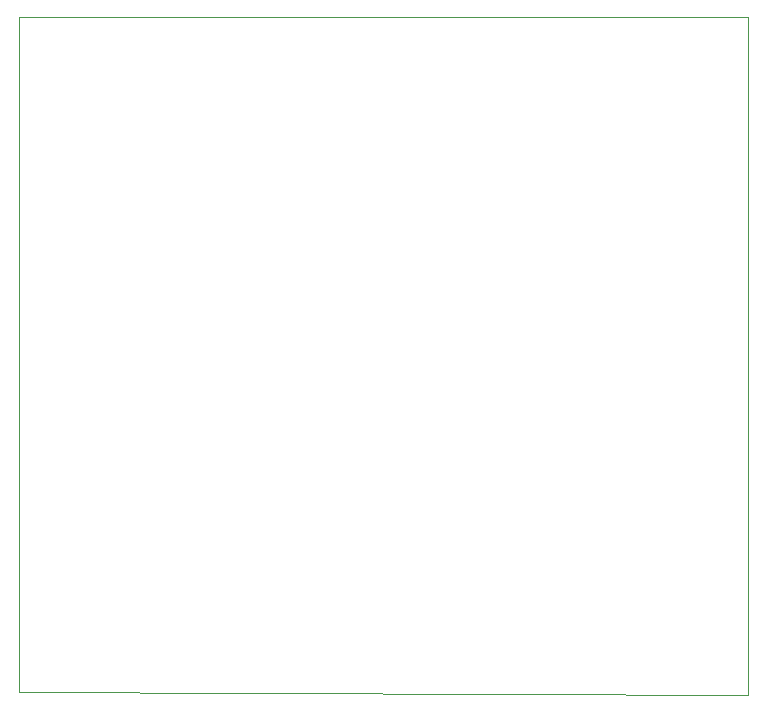
<source format=gbr>
G04 #@! TF.GenerationSoftware,KiCad,Pcbnew,7.0.11+dfsg-1build4*
G04 #@! TF.CreationDate,2026-01-25T21:49:34-05:00*
G04 #@! TF.ProjectId,compressor-01-bearhug,636f6d70-7265-4737-936f-722d30312d62,rev?*
G04 #@! TF.SameCoordinates,Original*
G04 #@! TF.FileFunction,Profile,NP*
%FSLAX46Y46*%
G04 Gerber Fmt 4.6, Leading zero omitted, Abs format (unit mm)*
G04 Created by KiCad (PCBNEW 7.0.11+dfsg-1build4) date 2026-01-25 21:49:34*
%MOMM*%
%LPD*%
G01*
G04 APERTURE LIST*
G04 #@! TA.AperFunction,Profile*
%ADD10C,0.050000*%
G04 #@! TD*
G04 APERTURE END LIST*
D10*
X170942000Y-40640000D02*
X170942000Y-98044000D01*
X109220000Y-40640000D02*
X170942000Y-40640000D01*
X109220000Y-97790000D02*
X109220000Y-40640000D01*
X170942000Y-98044000D02*
X109220000Y-97790000D01*
M02*

</source>
